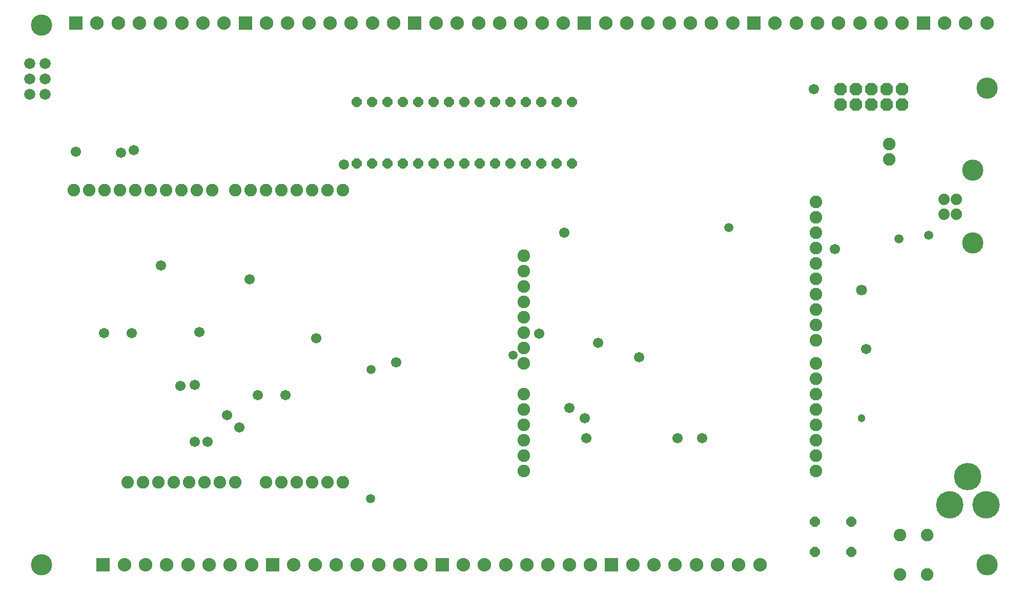
<source format=gbs>
G75*
%MOIN*%
%OFA0B0*%
%FSLAX24Y24*%
%IPPOS*%
%LPD*%
%AMOC8*
5,1,8,0,0,1.08239X$1,22.5*
%
%ADD10C,0.0513*%
%ADD11C,0.0710*%
%ADD12C,0.1380*%
%ADD13C,0.0820*%
%ADD14OC8,0.0640*%
%ADD15C,0.0720*%
%ADD16C,0.1780*%
%ADD17C,0.0740*%
%ADD18R,0.0880X0.0880*%
%ADD19C,0.0880*%
%ADD20OC8,0.0820*%
%ADD21C,0.0674*%
%ADD22C,0.0595*%
D10*
X055708Y011263D03*
D11*
X055708Y019570D03*
D12*
X002381Y001705D03*
X062942Y022635D03*
X062942Y027375D03*
X063881Y032705D03*
X063881Y001705D03*
X002381Y036830D03*
D13*
X004500Y026080D03*
X005500Y026080D03*
X006500Y026080D03*
X007500Y026080D03*
X008500Y026080D03*
X009500Y026080D03*
X010500Y026080D03*
X011500Y026080D03*
X012500Y026080D03*
X013500Y026080D03*
X015000Y026080D03*
X016000Y026080D03*
X017000Y026080D03*
X018000Y026080D03*
X019000Y026080D03*
X020000Y026080D03*
X021000Y026080D03*
X022000Y026080D03*
X033756Y021824D03*
X033756Y020824D03*
X033756Y019824D03*
X033756Y018824D03*
X033756Y017824D03*
X033756Y016824D03*
X033756Y015824D03*
X033756Y014824D03*
X033756Y012824D03*
X033756Y011824D03*
X033756Y010824D03*
X033756Y009824D03*
X033756Y008824D03*
X033756Y007824D03*
X022000Y007080D03*
X021000Y007080D03*
X020000Y007080D03*
X019000Y007080D03*
X018000Y007080D03*
X017000Y007080D03*
X015000Y007080D03*
X014000Y007080D03*
X013000Y007080D03*
X012000Y007080D03*
X011000Y007080D03*
X010000Y007080D03*
X009000Y007080D03*
X008000Y007080D03*
X052756Y007824D03*
X052756Y008824D03*
X052756Y009824D03*
X052756Y010824D03*
X052756Y011824D03*
X052756Y012824D03*
X052756Y013824D03*
X052756Y014824D03*
X052756Y016324D03*
X052756Y017324D03*
X052756Y018324D03*
X052756Y019324D03*
X052756Y020324D03*
X052756Y021324D03*
X052756Y022324D03*
X052756Y023324D03*
X052756Y024324D03*
X052756Y025324D03*
X057506Y028080D03*
X057506Y029080D03*
X058218Y003640D03*
X059998Y003640D03*
X059998Y001080D03*
X058218Y001080D03*
D14*
X055052Y002547D03*
X052692Y002547D03*
X052692Y004507D03*
X055052Y004507D03*
X036881Y027830D03*
X035881Y027830D03*
X034881Y027830D03*
X033881Y027830D03*
X032881Y027830D03*
X031881Y027830D03*
X030881Y027830D03*
X029881Y027830D03*
X028881Y027830D03*
X027881Y027830D03*
X026881Y027830D03*
X025881Y027830D03*
X024881Y027830D03*
X023881Y027830D03*
X022881Y027830D03*
X022881Y031830D03*
X023881Y031830D03*
X024881Y031830D03*
X025881Y031830D03*
X026881Y031830D03*
X027881Y031830D03*
X028881Y031830D03*
X029881Y031830D03*
X030881Y031830D03*
X031881Y031830D03*
X032881Y031830D03*
X033881Y031830D03*
X034881Y031830D03*
X035881Y031830D03*
X036881Y031830D03*
D15*
X002631Y032330D03*
X001631Y032330D03*
X001631Y033330D03*
X002631Y033330D03*
X002631Y034330D03*
X001631Y034330D03*
D16*
X061442Y005614D03*
X063804Y005614D03*
X062623Y007464D03*
D17*
X061872Y024513D03*
X061092Y024513D03*
X061092Y025497D03*
X061872Y025497D03*
D18*
X059739Y036957D03*
X048716Y036957D03*
X037692Y036957D03*
X026668Y036957D03*
X015645Y036957D03*
X004621Y036957D03*
X006393Y001705D03*
X017416Y001705D03*
X028440Y001705D03*
X039464Y001705D03*
D19*
X040842Y001705D03*
X042219Y001705D03*
X043597Y001705D03*
X044975Y001705D03*
X046353Y001705D03*
X047731Y001705D03*
X049109Y001705D03*
X038086Y001702D03*
X036708Y001702D03*
X035330Y001702D03*
X033952Y001702D03*
X032574Y001702D03*
X031196Y001702D03*
X029818Y001702D03*
X027062Y001705D03*
X025684Y001705D03*
X024306Y001705D03*
X022928Y001705D03*
X021550Y001705D03*
X020172Y001705D03*
X018794Y001705D03*
X016038Y001702D03*
X014660Y001702D03*
X013282Y001702D03*
X011905Y001702D03*
X010527Y001702D03*
X009149Y001702D03*
X007771Y001702D03*
X007377Y036960D03*
X005999Y036960D03*
X008755Y036960D03*
X010133Y036960D03*
X011511Y036960D03*
X012889Y036960D03*
X014267Y036960D03*
X017023Y036957D03*
X018401Y036957D03*
X019779Y036957D03*
X021156Y036957D03*
X022534Y036957D03*
X023912Y036957D03*
X025290Y036957D03*
X028046Y036960D03*
X029424Y036960D03*
X030802Y036960D03*
X032180Y036960D03*
X033558Y036960D03*
X034936Y036960D03*
X036314Y036960D03*
X039070Y036957D03*
X040448Y036957D03*
X041826Y036957D03*
X043204Y036957D03*
X044582Y036957D03*
X045960Y036957D03*
X047338Y036957D03*
X050094Y036957D03*
X051471Y036957D03*
X052849Y036957D03*
X054227Y036957D03*
X055605Y036957D03*
X056983Y036957D03*
X058361Y036957D03*
X061117Y036957D03*
X062495Y036957D03*
X063873Y036957D03*
D20*
X058356Y032645D03*
X057356Y032645D03*
X056356Y032645D03*
X055356Y032645D03*
X054356Y032645D03*
X054356Y031645D03*
X055356Y031645D03*
X056356Y031645D03*
X057356Y031645D03*
X058356Y031645D03*
D21*
X052621Y032645D03*
X036401Y023325D03*
X034761Y016745D03*
X038601Y016145D03*
X041241Y015225D03*
X036721Y011905D03*
X037721Y011245D03*
X037821Y009945D03*
X043741Y009945D03*
X045341Y009945D03*
X056021Y015765D03*
X053981Y022245D03*
X025441Y014885D03*
X020261Y016445D03*
X018261Y012765D03*
X016441Y012765D03*
X014461Y011445D03*
X015241Y010665D03*
X013181Y009725D03*
X012341Y009725D03*
X012341Y013405D03*
X011421Y013365D03*
X012661Y016865D03*
X008241Y016785D03*
X006461Y016785D03*
X010141Y021185D03*
X015921Y020285D03*
X022061Y027745D03*
X008381Y028685D03*
X007541Y028525D03*
X004621Y028585D03*
D22*
X023821Y014425D03*
X033041Y015365D03*
X047101Y023645D03*
X058141Y022925D03*
X060101Y023145D03*
X023781Y006005D03*
M02*

</source>
